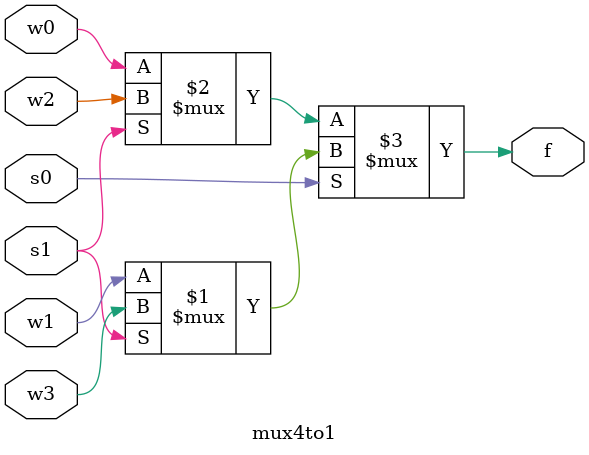
<source format=v>
module mux4to1 (w0, w1, w2, w3, s0, s1, f);
	input w0;
	input w1;
	input w2;
	input w3;
	input s0, s1;
	
	output f;
	
	assign f = s0 ? (s1 ? w3 : w1) : (s1 ? w2 : w0); 

endmodule
</source>
